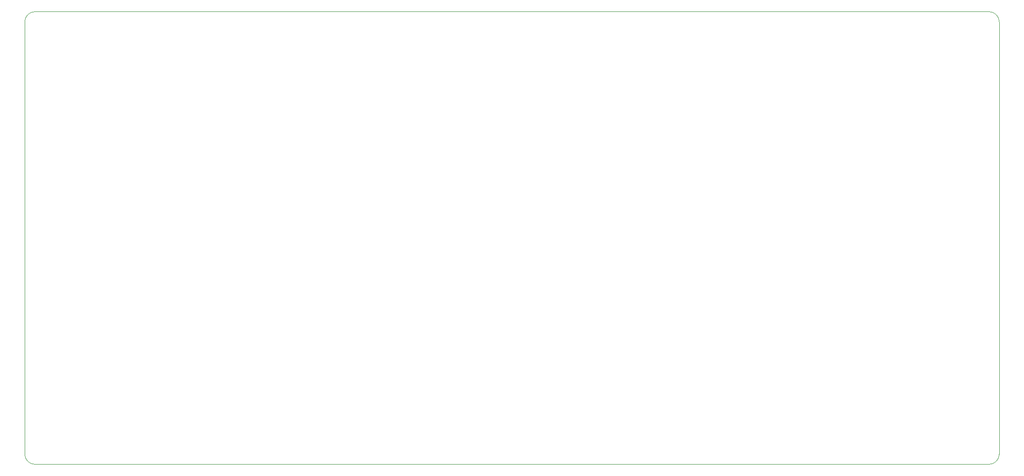
<source format=gbr>
G04 #@! TF.GenerationSoftware,KiCad,Pcbnew,(5.1.0)-1*
G04 #@! TF.CreationDate,2020-03-25T20:16:53-04:00*
G04 #@! TF.ProjectId,Bababooey,42616261-626f-46f6-9579-2e6b69636164,rev?*
G04 #@! TF.SameCoordinates,Original*
G04 #@! TF.FileFunction,Profile,NP*
%FSLAX46Y46*%
G04 Gerber Fmt 4.6, Leading zero omitted, Abs format (unit mm)*
G04 Created by KiCad (PCBNEW (5.1.0)-1) date 2020-03-25 20:16:53*
%MOMM*%
%LPD*%
G04 APERTURE LIST*
%ADD10C,0.120000*%
G04 APERTURE END LIST*
D10*
X56515000Y-95250000D02*
G75*
G02X54610000Y-93345000I0J1905000D01*
G01*
X54610000Y-13335000D02*
G75*
G02X56515000Y-11430000I1905000J0D01*
G01*
X233045000Y-11430000D02*
G75*
G02X234950000Y-13335000I0J-1905000D01*
G01*
X234950000Y-93345000D02*
G75*
G02X233045000Y-95250000I-1905000J0D01*
G01*
X233045000Y-95250000D02*
X56515000Y-95250000D01*
X234950000Y-13335000D02*
X234950000Y-93345000D01*
X56515000Y-11430000D02*
X233045000Y-11430000D01*
X54610000Y-93345000D02*
X54610000Y-13335000D01*
M02*

</source>
